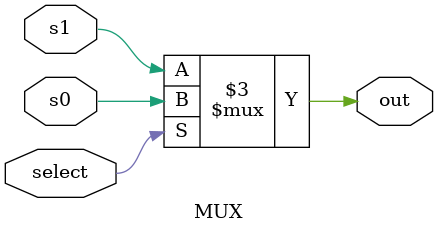
<source format=v>
`timescale 1ns / 1ps
module MUX(
	input s0,
	input s1,
	input select,
	output reg out
    );
	
	always @(*)
		begin
			if(select) 
				begin
					out <= s0;
				end
			else
				begin
					out <= s1;
				end
		end
				
			

endmodule

</source>
